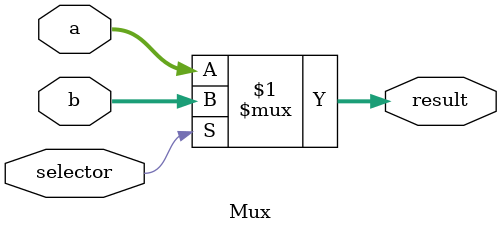
<source format=v>
module Mux#(parameter n=9)(input [n-1:0] a,b,input selector,output [n-1:0]result);
  assign result = selector?b:a;
endmodule


</source>
